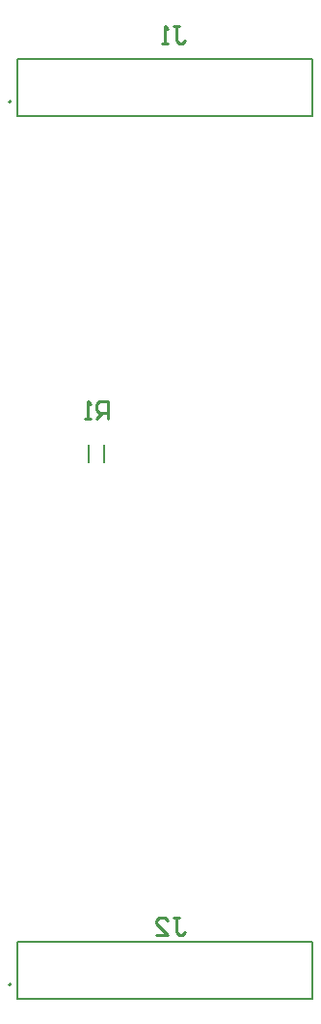
<source format=gbr>
%TF.GenerationSoftware,Altium Limited,Altium Designer,23.4.1 (23)*%
G04 Layer_Color=32896*
%FSLAX45Y45*%
%MOMM*%
%TF.SameCoordinates,37F79050-5382-499E-8BED-BD4E09E40BF1*%
%TF.FilePolarity,Positive*%
%TF.FileFunction,Legend,Bot*%
%TF.Part,Single*%
G01*
G75*
%TA.AperFunction,NonConductor*%
%ADD26C,0.20000*%
%ADD27C,0.12700*%
%ADD28C,0.25400*%
D26*
X300500Y8238000D02*
G03*
X300500Y8238000I-10000J0D01*
G01*
Y508000D02*
G03*
X300500Y508000I-10000J0D01*
G01*
X355500Y8117350D02*
X2946500D01*
X355500Y8612650D02*
X2946500D01*
X355500Y8117350D02*
Y8612650D01*
X2946500Y8117350D02*
Y8612650D01*
X355500Y387350D02*
X2946500D01*
X355500Y882650D02*
X2946500D01*
X355500Y387350D02*
Y882650D01*
X2946500Y387350D02*
Y882650D01*
D27*
X1116750Y5079375D02*
Y5239375D01*
X978750Y5079375D02*
Y5239375D01*
D28*
X1149317Y5464200D02*
Y5616550D01*
X1073142D01*
X1047750Y5591158D01*
Y5540375D01*
X1073142Y5514983D01*
X1149317D01*
X1098533D02*
X1047750Y5464200D01*
X996966D02*
X946183D01*
X971574D01*
Y5616550D01*
X996966Y5591158D01*
X1724017Y1092175D02*
X1774800D01*
X1749408D01*
Y965217D01*
X1774800Y939825D01*
X1800192D01*
X1825584Y965217D01*
X1571666Y939825D02*
X1673233D01*
X1571666Y1041392D01*
Y1066783D01*
X1597058Y1092175D01*
X1647841D01*
X1673233Y1066783D01*
X1730375Y8902675D02*
X1781158D01*
X1755767D01*
Y8775717D01*
X1781158Y8750325D01*
X1806550D01*
X1831942Y8775717D01*
X1679591Y8750325D02*
X1628808D01*
X1654199D01*
Y8902675D01*
X1679591Y8877283D01*
%TF.MD5,07bced08532ffb687705f8e597677ee2*%
M02*

</source>
